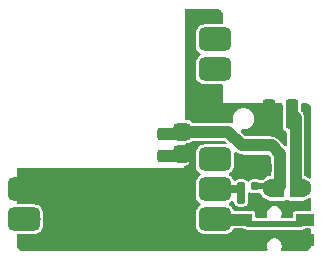
<source format=gbr>
%TF.GenerationSoftware,KiCad,Pcbnew,9.0.1-9.0.1-0~ubuntu22.04.1*%
%TF.CreationDate,2025-05-27T18:32:28-04:00*%
%TF.ProjectId,Omi-Glass-DevKit,4f6d692d-476c-4617-9373-2d4465764b69,rev?*%
%TF.SameCoordinates,Original*%
%TF.FileFunction,Copper,L1,Top*%
%TF.FilePolarity,Positive*%
%FSLAX46Y46*%
G04 Gerber Fmt 4.6, Leading zero omitted, Abs format (unit mm)*
G04 Created by KiCad (PCBNEW 9.0.1-9.0.1-0~ubuntu22.04.1) date 2025-05-27 18:32:28*
%MOMM*%
%LPD*%
G01*
G04 APERTURE LIST*
G04 Aperture macros list*
%AMRoundRect*
0 Rectangle with rounded corners*
0 $1 Rounding radius*
0 $2 $3 $4 $5 $6 $7 $8 $9 X,Y pos of 4 corners*
0 Add a 4 corners polygon primitive as box body*
4,1,4,$2,$3,$4,$5,$6,$7,$8,$9,$2,$3,0*
0 Add four circle primitives for the rounded corners*
1,1,$1+$1,$2,$3*
1,1,$1+$1,$4,$5*
1,1,$1+$1,$6,$7*
1,1,$1+$1,$8,$9*
0 Add four rect primitives between the rounded corners*
20,1,$1+$1,$2,$3,$4,$5,0*
20,1,$1+$1,$4,$5,$6,$7,0*
20,1,$1+$1,$6,$7,$8,$9,0*
20,1,$1+$1,$8,$9,$2,$3,0*%
G04 Aperture macros list end*
%TA.AperFunction,ComponentPad*%
%ADD10RoundRect,0.375000X0.375000X-0.375000X0.375000X0.375000X-0.375000X0.375000X-0.375000X-0.375000X0*%
%TD*%
%TA.AperFunction,SMDPad,CuDef*%
%ADD11RoundRect,0.275000X-0.975000X-0.275000X0.975000X-0.275000X0.975000X0.275000X-0.975000X0.275000X0*%
%TD*%
%TA.AperFunction,SMDPad,CuDef*%
%ADD12RoundRect,0.500000X0.875000X0.500000X-0.875000X0.500000X-0.875000X-0.500000X0.875000X-0.500000X0*%
%TD*%
%TA.AperFunction,ComponentPad*%
%ADD13C,1.800000*%
%TD*%
%TA.AperFunction,SMDPad,CuDef*%
%ADD14R,1.550000X1.000000*%
%TD*%
%TA.AperFunction,ComponentPad*%
%ADD15C,1.600000*%
%TD*%
%TA.AperFunction,SMDPad,CuDef*%
%ADD16R,1.000000X1.600000*%
%TD*%
%TA.AperFunction,SMDPad,CuDef*%
%ADD17RoundRect,0.275000X0.975000X-0.275000X0.975000X0.275000X-0.975000X0.275000X-0.975000X-0.275000X0*%
%TD*%
%TA.AperFunction,SMDPad,CuDef*%
%ADD18RoundRect,0.275000X-0.275000X-0.975000X0.275000X-0.975000X0.275000X0.975000X-0.275000X0.975000X0*%
%TD*%
%TA.AperFunction,SMDPad,CuDef*%
%ADD19RoundRect,0.160000X0.197500X0.160000X-0.197500X0.160000X-0.197500X-0.160000X0.197500X-0.160000X0*%
%TD*%
%TA.AperFunction,SMDPad,CuDef*%
%ADD20RoundRect,0.160000X-0.197500X-0.160000X0.197500X-0.160000X0.197500X0.160000X-0.197500X0.160000X0*%
%TD*%
%TA.AperFunction,ViaPad*%
%ADD21C,0.600000*%
%TD*%
%TA.AperFunction,Conductor*%
%ADD22C,1.000000*%
%TD*%
%TA.AperFunction,Conductor*%
%ADD23C,0.250000*%
%TD*%
%TA.AperFunction,Conductor*%
%ADD24C,0.500000*%
%TD*%
%TA.AperFunction,Conductor*%
%ADD25C,0.650000*%
%TD*%
G04 APERTURE END LIST*
D10*
%TO.P,J2,2,Pin_2*%
%TO.N,LOAD*%
X5250000Y-160000D03*
%TO.P,J2,1,Pin_1*%
%TO.N,GND*%
X5250000Y-2065000D03*
%TD*%
D11*
%TO.P,U3,16*%
%TO.N,LOAD*%
X4451364Y-2240000D03*
%TO.P,U3,15*%
%TO.N,N/C*%
X4451364Y-335000D03*
D12*
%TO.P,U3,14,5V*%
%TO.N,VCC*%
X-8103636Y-7573000D03*
D13*
X-7620000Y-7573000D03*
D12*
%TO.P,U3,13,GND*%
%TO.N,GND*%
X-8103636Y-5033000D03*
D13*
X-7620000Y-5033000D03*
%TO.P,U3,7,TX*%
%TO.N,unconnected-(U3-TX-Pad7)*%
X7620000Y7667000D03*
D12*
X8061364Y7667000D03*
D13*
%TO.P,U3,6,SCL*%
%TO.N,unconnected-(U3-SCL-Pad6)*%
X7620000Y5127000D03*
D12*
X8061364Y5127000D03*
D13*
%TO.P,U3,3,D2*%
%TO.N,unconnected-(U3-D2-Pad3)*%
X7620000Y-2493000D03*
D12*
X8061364Y-2493000D03*
D13*
%TO.P,U3,2,D1*%
%TO.N,MON*%
X7620000Y-5033000D03*
D12*
X8061364Y-5033000D03*
D13*
%TO.P,U3,1,D0*%
%TO.N,POWER*%
X7620000Y-7573000D03*
D12*
X8061364Y-7573000D03*
%TD*%
D14*
%TO.P,SW1,1,1*%
%TO.N,GND*%
X15725000Y-9300000D03*
X10475000Y-9300000D03*
%TO.P,SW1,2,2*%
%TO.N,POWER*%
X15725000Y-7600000D03*
X10475000Y-7600000D03*
%TD*%
D15*
%TO.P,TH1,1*%
%TO.N,VBAT1*%
X15400000Y-4950000D03*
D16*
X14900000Y-4950000D03*
%TO.P,TH1,2*%
%TO.N,LOAD*%
X13400000Y-4950000D03*
D15*
X12900000Y-4950000D03*
%TD*%
D17*
%TO.P,J2,1,Pin_1*%
%TO.N,GND*%
X11625000Y-3227500D03*
%TO.P,J2,2,Pin_2*%
%TO.N,LOAD*%
X11625000Y-1322500D03*
%TD*%
D18*
%TO.P,J1,1,Pin_1*%
%TO.N,GND*%
X12687300Y1300000D03*
%TO.P,J1,2,Pin_2*%
%TO.N,VBAT1*%
X14592300Y1300000D03*
%TD*%
D19*
%TO.P,R1,1*%
%TO.N,LOAD*%
X11472500Y-4775000D03*
%TO.P,R1,2*%
%TO.N,MON*%
X10277500Y-4775000D03*
%TD*%
D20*
%TO.P,R2,1*%
%TO.N,MON*%
X10277500Y-5925000D03*
%TO.P,R2,2*%
%TO.N,GND*%
X11472500Y-5925000D03*
%TD*%
D21*
%TO.N,GND*%
X-676400Y-3816600D03*
X1323600Y-5816600D03*
X-1676400Y-5816600D03*
X10109200Y-2450000D03*
X13118400Y-8813800D03*
X1323600Y-4816600D03*
X14198600Y-6375400D03*
X1323600Y-3816600D03*
X-1676400Y-4816600D03*
X323600Y-4816600D03*
X15698600Y-6375400D03*
X-676400Y-5816600D03*
X-1676400Y-3816600D03*
X12368400Y-8813800D03*
X-676400Y-4816600D03*
X11609200Y-2450000D03*
X10859200Y-2450000D03*
X323600Y-5816600D03*
X13868400Y-8813800D03*
X14948600Y-6375400D03*
X323600Y-3816600D03*
%TD*%
D22*
%TO.N,LOAD*%
X11625000Y-1322500D02*
X10375000Y-1322500D01*
X10375000Y-1322500D02*
X9212500Y-160000D01*
X9212500Y-160000D02*
X5770000Y-160000D01*
D23*
%TO.N,GND*%
X10875000Y-9300000D02*
X11101000Y-9074000D01*
X15899000Y-9074000D02*
X16125000Y-9300000D01*
D22*
%TO.N,LOAD*%
X12875000Y-1322500D02*
X13576000Y-2023500D01*
X11625000Y-1322500D02*
X12875000Y-1322500D01*
X13576000Y-2023500D02*
X13576000Y-4774000D01*
X13576000Y-4774000D02*
X13400000Y-4950000D01*
D24*
X12725000Y-4775000D02*
X12900000Y-4950000D01*
X11472500Y-4775000D02*
X12725000Y-4775000D01*
D25*
%TO.N,MON*%
X10277500Y-5925000D02*
X10277500Y-4775000D01*
X10019500Y-5033000D02*
X10277500Y-4775000D01*
X8061364Y-5033000D02*
X10019500Y-5033000D01*
D22*
%TO.N,VBAT1*%
X14592300Y1300000D02*
X14900000Y992300D01*
X14900000Y992300D02*
X14900000Y-4950000D01*
D24*
%TO.N,POWER*%
X10826000Y-7951000D02*
X10475000Y-7600000D01*
X15374000Y-7951000D02*
X10826000Y-7951000D01*
D22*
X10475000Y-7600000D02*
X8088364Y-7600000D01*
X8088364Y-7600000D02*
X8061364Y-7573000D01*
D24*
X15725000Y-7600000D02*
X15374000Y-7951000D01*
%TD*%
%TA.AperFunction,Conductor*%
%TO.N,GND*%
G36*
X8917309Y-930185D02*
G01*
X8937951Y-946819D01*
X9021951Y-1030819D01*
X9055436Y-1092142D01*
X9050452Y-1161834D01*
X9008580Y-1217767D01*
X8943116Y-1242184D01*
X8934270Y-1242500D01*
X7136362Y-1242500D01*
X7136345Y-1242501D01*
X7033567Y-1253000D01*
X7033564Y-1253001D01*
X6867032Y-1308185D01*
X6867027Y-1308187D01*
X6717706Y-1400289D01*
X6593653Y-1524342D01*
X6501551Y-1673663D01*
X6501549Y-1673668D01*
X6473713Y-1757670D01*
X6446365Y-1840203D01*
X6446365Y-1840204D01*
X6446364Y-1840204D01*
X6435864Y-1942983D01*
X6435864Y-3043001D01*
X6435865Y-3043019D01*
X6446364Y-3145796D01*
X6446365Y-3145799D01*
X6499935Y-3307461D01*
X6501550Y-3312334D01*
X6593652Y-3461656D01*
X6717708Y-3585712D01*
X6834033Y-3657461D01*
X6880757Y-3709409D01*
X6891980Y-3778372D01*
X6864136Y-3842454D01*
X6834034Y-3868537D01*
X6760991Y-3913591D01*
X6717706Y-3940289D01*
X6593653Y-4064342D01*
X6501551Y-4213663D01*
X6501549Y-4213668D01*
X6479980Y-4278759D01*
X6446365Y-4380203D01*
X6446365Y-4380204D01*
X6446364Y-4380204D01*
X6435864Y-4482983D01*
X6435864Y-5583001D01*
X6435865Y-5583019D01*
X6446364Y-5685796D01*
X6446365Y-5685799D01*
X6480565Y-5789005D01*
X6501550Y-5852334D01*
X6593652Y-6001656D01*
X6717708Y-6125712D01*
X6834033Y-6197461D01*
X6880757Y-6249409D01*
X6891980Y-6318372D01*
X6864136Y-6382454D01*
X6834034Y-6408537D01*
X6813439Y-6421241D01*
X6717706Y-6480289D01*
X6593653Y-6604342D01*
X6501551Y-6753663D01*
X6501550Y-6753666D01*
X6446365Y-6920203D01*
X6446365Y-6920204D01*
X6446364Y-6920204D01*
X6435864Y-7022983D01*
X6435864Y-8123001D01*
X6435865Y-8123019D01*
X6446364Y-8225796D01*
X6446365Y-8225799D01*
X6501549Y-8392331D01*
X6501551Y-8392336D01*
X6517006Y-8417392D01*
X6593652Y-8541656D01*
X6717708Y-8665712D01*
X6867030Y-8757814D01*
X7033567Y-8812999D01*
X7136355Y-8823500D01*
X8986372Y-8823499D01*
X9089161Y-8812999D01*
X9255698Y-8757814D01*
X9405020Y-8665712D01*
X9529076Y-8541656D01*
X9610649Y-8409403D01*
X9662597Y-8362679D01*
X9716188Y-8350500D01*
X10483728Y-8350500D01*
X10545728Y-8367113D01*
X10632814Y-8417392D01*
X10760108Y-8451500D01*
X10760110Y-8451500D01*
X15439890Y-8451500D01*
X15439892Y-8451500D01*
X15567186Y-8417392D01*
X15654272Y-8367113D01*
X15716272Y-8350500D01*
X16100500Y-8350500D01*
X16167539Y-8370185D01*
X16213294Y-8422989D01*
X16224500Y-8474500D01*
X16224500Y-9743038D01*
X16223720Y-9756923D01*
X16213540Y-9847264D01*
X16207362Y-9874333D01*
X16179648Y-9953537D01*
X16167600Y-9978555D01*
X16122957Y-10049604D01*
X16105644Y-10071313D01*
X16046313Y-10130644D01*
X16024604Y-10147957D01*
X15953555Y-10192600D01*
X15928537Y-10204648D01*
X15849333Y-10232362D01*
X15822264Y-10238540D01*
X15742075Y-10247576D01*
X15731921Y-10248720D01*
X15718038Y-10249500D01*
X13786782Y-10249500D01*
X13719743Y-10229815D01*
X13673988Y-10177011D01*
X13664044Y-10107853D01*
X13672221Y-10078047D01*
X13701463Y-10007452D01*
X13725500Y-9886606D01*
X13725500Y-9763394D01*
X13701463Y-9642548D01*
X13654311Y-9528714D01*
X13654310Y-9528713D01*
X13654307Y-9528707D01*
X13585858Y-9426267D01*
X13585855Y-9426263D01*
X13498736Y-9339144D01*
X13498732Y-9339141D01*
X13396292Y-9270692D01*
X13396283Y-9270687D01*
X13282454Y-9223538D01*
X13282455Y-9223538D01*
X13282452Y-9223537D01*
X13282448Y-9223536D01*
X13282444Y-9223535D01*
X13161610Y-9199500D01*
X13161606Y-9199500D01*
X13038394Y-9199500D01*
X13038389Y-9199500D01*
X12917555Y-9223535D01*
X12917545Y-9223538D01*
X12803716Y-9270687D01*
X12803707Y-9270692D01*
X12701267Y-9339141D01*
X12701263Y-9339144D01*
X12614144Y-9426263D01*
X12614141Y-9426267D01*
X12545692Y-9528707D01*
X12545687Y-9528716D01*
X12498538Y-9642545D01*
X12498535Y-9642555D01*
X12474500Y-9763389D01*
X12474500Y-9886610D01*
X12490436Y-9966725D01*
X12498537Y-10007452D01*
X12524989Y-10071313D01*
X12527779Y-10078047D01*
X12535248Y-10147516D01*
X12503973Y-10209995D01*
X12443885Y-10245648D01*
X12413218Y-10249500D01*
X-8218038Y-10249500D01*
X-8231921Y-10248720D01*
X-8242075Y-10247576D01*
X-8322264Y-10238540D01*
X-8349333Y-10232362D01*
X-8428537Y-10204648D01*
X-8453555Y-10192600D01*
X-8524604Y-10147957D01*
X-8546313Y-10130644D01*
X-8605644Y-10071313D01*
X-8622957Y-10049604D01*
X-8667600Y-9978555D01*
X-8679648Y-9953537D01*
X-8707362Y-9874333D01*
X-8713540Y-9847264D01*
X-8723720Y-9756923D01*
X-8724500Y-9743038D01*
X-8724500Y-8947499D01*
X-8704815Y-8880460D01*
X-8652011Y-8834705D01*
X-8600500Y-8823499D01*
X-7178634Y-8823499D01*
X-7178628Y-8823499D01*
X-7178619Y-8823498D01*
X-7178617Y-8823498D01*
X-7075839Y-8812999D01*
X-7075836Y-8812998D01*
X-6909302Y-8757814D01*
X-6759980Y-8665712D01*
X-6635924Y-8541656D01*
X-6559278Y-8417392D01*
X-6543823Y-8392336D01*
X-6543821Y-8392331D01*
X-6488638Y-8225799D01*
X-6488637Y-8225797D01*
X-6488637Y-8225795D01*
X-6488636Y-8225795D01*
X-6478136Y-8123016D01*
X-6478136Y-7727830D01*
X-6476609Y-7708431D01*
X-6469500Y-7663549D01*
X-6469500Y-7482453D01*
X-6476610Y-7437559D01*
X-6478136Y-7418163D01*
X-6478136Y-7022998D01*
X-6478137Y-7022980D01*
X-6488636Y-6920203D01*
X-6488637Y-6920200D01*
X-6543821Y-6753668D01*
X-6543823Y-6753663D01*
X-6635925Y-6604342D01*
X-6759978Y-6480289D01*
X-6909299Y-6388187D01*
X-6909304Y-6388185D01*
X-7004649Y-6356591D01*
X-7075839Y-6333001D01*
X-7075840Y-6333000D01*
X-7178619Y-6322500D01*
X-7178627Y-6322500D01*
X-8600500Y-6322500D01*
X-8667539Y-6302815D01*
X-8713294Y-6250011D01*
X-8724500Y-6198500D01*
X-8724500Y-3374500D01*
X-8704815Y-3307461D01*
X-8652011Y-3261706D01*
X-8600500Y-3250500D01*
X5299826Y-3250500D01*
X5299828Y-3250500D01*
X5391897Y-3212364D01*
X5462364Y-3141897D01*
X5479961Y-3099412D01*
X5523801Y-3045009D01*
X5549033Y-3031510D01*
X5551950Y-3030359D01*
X5551954Y-3030359D01*
X5686339Y-2977364D01*
X5801442Y-2890078D01*
X5888728Y-2774975D01*
X5941723Y-2640590D01*
X5951864Y-2556144D01*
X5951864Y-1923856D01*
X5941723Y-1839410D01*
X5888728Y-1705025D01*
X5888727Y-1705024D01*
X5888727Y-1705023D01*
X5801442Y-1589921D01*
X5686338Y-1502635D01*
X5579009Y-1460309D01*
X5562418Y-1447400D01*
X5543297Y-1438668D01*
X5535397Y-1426376D01*
X5523865Y-1417403D01*
X5516887Y-1397573D01*
X5505523Y-1379890D01*
X5501970Y-1355182D01*
X5500673Y-1351495D01*
X5500500Y-1344955D01*
X5500500Y-1284499D01*
X5520185Y-1217460D01*
X5572989Y-1171705D01*
X5624500Y-1160499D01*
X5688150Y-1160499D01*
X5688162Y-1160499D01*
X5723627Y-1157709D01*
X5875390Y-1113618D01*
X6011420Y-1033170D01*
X6013771Y-1030819D01*
X6097772Y-946819D01*
X6159095Y-913334D01*
X6185453Y-910500D01*
X8850270Y-910500D01*
X8917309Y-930185D01*
G37*
%TD.AperFunction*%
%TA.AperFunction,Conductor*%
G36*
X11033288Y-5272557D02*
G01*
X11146567Y-5330275D01*
X11146569Y-5330275D01*
X11146571Y-5330276D01*
X11175728Y-5334893D01*
X11242693Y-5345500D01*
X11702306Y-5345499D01*
X11702311Y-5345499D01*
X11702311Y-5345498D01*
X11730773Y-5340990D01*
X11808072Y-5328749D01*
X11808337Y-5330426D01*
X11866802Y-5328751D01*
X11926638Y-5364826D01*
X11949851Y-5401227D01*
X11969057Y-5447595D01*
X12084024Y-5619657D01*
X12230342Y-5765975D01*
X12230345Y-5765977D01*
X12402402Y-5880941D01*
X12593580Y-5960130D01*
X12796530Y-6000499D01*
X12796534Y-6000500D01*
X12796535Y-6000500D01*
X13924676Y-6000500D01*
X13924677Y-6000499D01*
X13997740Y-5985966D01*
X13997743Y-5985964D01*
X14081110Y-5930261D01*
X14147787Y-5909383D01*
X14215167Y-5927868D01*
X14218890Y-5930261D01*
X14302256Y-5985964D01*
X14302258Y-5985964D01*
X14302260Y-5985966D01*
X14302262Y-5985966D01*
X14302264Y-5985967D01*
X14375321Y-6000499D01*
X14375324Y-6000500D01*
X14375326Y-6000500D01*
X15503466Y-6000500D01*
X15503467Y-6000499D01*
X15706420Y-5960130D01*
X15897598Y-5880941D01*
X16031609Y-5791397D01*
X16098287Y-5770520D01*
X16165667Y-5789005D01*
X16212357Y-5840984D01*
X16224500Y-5894500D01*
X16224500Y-6725500D01*
X16204815Y-6792539D01*
X16152011Y-6838294D01*
X16100500Y-6849500D01*
X14925323Y-6849500D01*
X14852264Y-6864032D01*
X14852260Y-6864033D01*
X14769399Y-6919399D01*
X14714033Y-7002260D01*
X14714032Y-7002264D01*
X14699500Y-7075321D01*
X14699500Y-7326500D01*
X14679815Y-7393539D01*
X14627011Y-7439294D01*
X14575500Y-7450500D01*
X13807079Y-7450500D01*
X13740040Y-7430815D01*
X13694285Y-7378011D01*
X13684341Y-7308853D01*
X13692518Y-7279048D01*
X13696611Y-7269164D01*
X13701463Y-7257452D01*
X13725500Y-7136606D01*
X13725500Y-7013394D01*
X13701463Y-6892548D01*
X13654311Y-6778714D01*
X13654310Y-6778713D01*
X13654307Y-6778707D01*
X13585858Y-6676267D01*
X13585855Y-6676263D01*
X13498736Y-6589144D01*
X13498732Y-6589141D01*
X13396292Y-6520692D01*
X13396283Y-6520687D01*
X13282454Y-6473538D01*
X13282455Y-6473538D01*
X13282452Y-6473537D01*
X13282448Y-6473536D01*
X13282444Y-6473535D01*
X13161610Y-6449500D01*
X13161606Y-6449500D01*
X13038394Y-6449500D01*
X13038389Y-6449500D01*
X12917555Y-6473535D01*
X12917545Y-6473538D01*
X12803716Y-6520687D01*
X12803707Y-6520692D01*
X12701267Y-6589141D01*
X12701263Y-6589144D01*
X12614144Y-6676263D01*
X12614141Y-6676267D01*
X12545692Y-6778707D01*
X12545687Y-6778716D01*
X12498538Y-6892545D01*
X12498535Y-6892555D01*
X12474500Y-7013389D01*
X12474500Y-7136610D01*
X12498535Y-7257444D01*
X12498539Y-7257458D01*
X12507482Y-7279048D01*
X12514951Y-7348517D01*
X12483676Y-7410996D01*
X12423586Y-7446648D01*
X12392921Y-7450500D01*
X11624500Y-7450500D01*
X11557461Y-7430815D01*
X11511706Y-7378011D01*
X11500500Y-7326500D01*
X11500500Y-7075323D01*
X11500499Y-7075321D01*
X11485967Y-7002264D01*
X11485966Y-7002260D01*
X11475500Y-6986596D01*
X11430601Y-6919399D01*
X11347740Y-6864034D01*
X11347739Y-6864033D01*
X11347735Y-6864032D01*
X11274677Y-6849500D01*
X11274674Y-6849500D01*
X10548918Y-6849500D01*
X9742475Y-6849500D01*
X9675436Y-6829815D01*
X9629681Y-6777011D01*
X9624773Y-6764515D01*
X9621178Y-6753666D01*
X9529076Y-6604344D01*
X9405020Y-6480288D01*
X9405019Y-6480287D01*
X9309289Y-6421241D01*
X9288694Y-6408538D01*
X9267445Y-6384914D01*
X9244968Y-6362444D01*
X9244244Y-6359119D01*
X9241970Y-6356591D01*
X9236864Y-6325219D01*
X9230106Y-6294173D01*
X9231293Y-6290987D01*
X9230747Y-6287629D01*
X9243412Y-6258477D01*
X9254512Y-6228705D01*
X9257558Y-6225920D01*
X9258590Y-6223547D01*
X9279465Y-6203745D01*
X9283937Y-6200395D01*
X9405020Y-6125712D01*
X9468671Y-6062060D01*
X9475758Y-6056754D01*
X9500521Y-6047512D01*
X9523725Y-6034843D01*
X9532745Y-6035488D01*
X9541219Y-6032326D01*
X9567050Y-6037941D01*
X9593417Y-6039827D01*
X9600657Y-6045247D01*
X9609494Y-6047168D01*
X9628187Y-6065855D01*
X9649351Y-6081698D01*
X9653239Y-6090899D01*
X9658907Y-6096565D01*
X9662384Y-6112539D01*
X9672557Y-6136611D01*
X9684723Y-6213429D01*
X9684724Y-6213432D01*
X9684725Y-6213433D01*
X9740297Y-6322500D01*
X9743760Y-6329295D01*
X9743763Y-6329299D01*
X9835700Y-6421236D01*
X9835704Y-6421239D01*
X9835706Y-6421241D01*
X9951567Y-6480275D01*
X9951569Y-6480275D01*
X9951571Y-6480276D01*
X10036211Y-6493681D01*
X10047680Y-6495498D01*
X10047687Y-6495499D01*
X10047693Y-6495500D01*
X10183072Y-6495499D01*
X10201734Y-6500500D01*
X10353266Y-6500500D01*
X10371929Y-6495499D01*
X10507306Y-6495499D01*
X10507311Y-6495499D01*
X10507311Y-6495498D01*
X10555369Y-6487887D01*
X10603428Y-6480276D01*
X10603429Y-6480276D01*
X10603430Y-6480275D01*
X10603433Y-6480275D01*
X10719294Y-6421241D01*
X10811241Y-6329294D01*
X10870275Y-6213433D01*
X10871810Y-6203745D01*
X10872897Y-6196872D01*
X10885500Y-6117307D01*
X10885499Y-5732694D01*
X10885499Y-5732693D01*
X10885499Y-5732688D01*
X10870275Y-5636569D01*
X10870274Y-5636565D01*
X10866515Y-5629187D01*
X10863393Y-5616184D01*
X10858023Y-5607828D01*
X10853000Y-5572893D01*
X10853000Y-5383044D01*
X10872685Y-5316005D01*
X10925489Y-5270250D01*
X10994647Y-5260306D01*
X11033288Y-5272557D01*
G37*
%TD.AperFunction*%
%TA.AperFunction,Conductor*%
G36*
X9892066Y-1901380D02*
G01*
X9895356Y-1904443D01*
X9896584Y-1905451D01*
X10019498Y-1987580D01*
X10019511Y-1987587D01*
X10156082Y-2044156D01*
X10156087Y-2044158D01*
X10156091Y-2044158D01*
X10156092Y-2044159D01*
X10301079Y-2073000D01*
X10301082Y-2073000D01*
X10399769Y-2073000D01*
X10445259Y-2081646D01*
X10488511Y-2098702D01*
X10524410Y-2112859D01*
X10608856Y-2123000D01*
X12562770Y-2123000D01*
X12592210Y-2131644D01*
X12622197Y-2138168D01*
X12627212Y-2141922D01*
X12629809Y-2142685D01*
X12650451Y-2159319D01*
X12789181Y-2298049D01*
X12822666Y-2359372D01*
X12825500Y-2385730D01*
X12825500Y-3791974D01*
X12805815Y-3859013D01*
X12753011Y-3904768D01*
X12725691Y-3913591D01*
X12593587Y-3939868D01*
X12593579Y-3939870D01*
X12402403Y-4019058D01*
X12322364Y-4072538D01*
X12230345Y-4134023D01*
X12126185Y-4238182D01*
X12099254Y-4252888D01*
X12073441Y-4269477D01*
X12067241Y-4270368D01*
X12064865Y-4271666D01*
X12038506Y-4274500D01*
X11935705Y-4274500D01*
X11879410Y-4260985D01*
X11798429Y-4219723D01*
X11702307Y-4204500D01*
X11242688Y-4204500D01*
X11242688Y-4204501D01*
X11146571Y-4219723D01*
X11146570Y-4219723D01*
X11030704Y-4278760D01*
X11030700Y-4278763D01*
X10962681Y-4346783D01*
X10901358Y-4380268D01*
X10831666Y-4375284D01*
X10787319Y-4346783D01*
X10719299Y-4278763D01*
X10719295Y-4278760D01*
X10719294Y-4278759D01*
X10603433Y-4219725D01*
X10603431Y-4219724D01*
X10603428Y-4219723D01*
X10507307Y-4204500D01*
X10371927Y-4204500D01*
X10353266Y-4199500D01*
X10201733Y-4199500D01*
X10183070Y-4204500D01*
X10047688Y-4204500D01*
X10047688Y-4204501D01*
X9951571Y-4219723D01*
X9951570Y-4219723D01*
X9835704Y-4278760D01*
X9835701Y-4278762D01*
X9832921Y-4281543D01*
X9828709Y-4283842D01*
X9827807Y-4284498D01*
X9827722Y-4284381D01*
X9771596Y-4315025D01*
X9701904Y-4310037D01*
X9645973Y-4268162D01*
X9627538Y-4232860D01*
X9621178Y-4213666D01*
X9529076Y-4064344D01*
X9405020Y-3940288D01*
X9405019Y-3940287D01*
X9338892Y-3899500D01*
X9288694Y-3868538D01*
X9241970Y-3816591D01*
X9230747Y-3747629D01*
X9258590Y-3683547D01*
X9288693Y-3657462D01*
X9405020Y-3585712D01*
X9529076Y-3461656D01*
X9621178Y-3312334D01*
X9676363Y-3145797D01*
X9686864Y-3043009D01*
X9686863Y-1995092D01*
X9706547Y-1928054D01*
X9759351Y-1882299D01*
X9828510Y-1872355D01*
X9892066Y-1901380D01*
G37*
%TD.AperFunction*%
%TA.AperFunction,Conductor*%
G36*
X8231921Y10248720D02*
G01*
X8242075Y10247576D01*
X8322264Y10238540D01*
X8349333Y10232362D01*
X8428537Y10204648D01*
X8453555Y10192600D01*
X8524604Y10147957D01*
X8546313Y10130644D01*
X8605644Y10071313D01*
X8622957Y10049604D01*
X8667600Y9978555D01*
X8679648Y9953537D01*
X8707362Y9874333D01*
X8713540Y9847264D01*
X8723720Y9756923D01*
X8724500Y9743038D01*
X8724500Y9041499D01*
X8704815Y8974460D01*
X8652011Y8928705D01*
X8600500Y8917499D01*
X7136356Y8917499D01*
X7136347Y8917498D01*
X7136345Y8917498D01*
X7033567Y8906999D01*
X6867030Y8851814D01*
X6717708Y8759712D01*
X6593652Y8635656D01*
X6501550Y8486334D01*
X6446365Y8319797D01*
X6446365Y8319795D01*
X6446364Y8319795D01*
X6435864Y8217016D01*
X6435864Y7116998D01*
X6435865Y7116980D01*
X6446364Y7014203D01*
X6446365Y7014200D01*
X6501549Y6847668D01*
X6501551Y6847663D01*
X6593653Y6698342D01*
X6717706Y6574289D01*
X6717708Y6574288D01*
X6834033Y6502538D01*
X6880757Y6450591D01*
X6891980Y6381628D01*
X6864136Y6317546D01*
X6834034Y6291462D01*
X6717708Y6219712D01*
X6593652Y6095656D01*
X6501550Y5946334D01*
X6446365Y5779797D01*
X6446365Y5779795D01*
X6446364Y5779795D01*
X6435864Y5677016D01*
X6435864Y4576998D01*
X6435865Y4576980D01*
X6446364Y4474203D01*
X6446365Y4474200D01*
X6501549Y4307668D01*
X6501551Y4307663D01*
X6593653Y4158342D01*
X6717706Y4034289D01*
X6867027Y3942187D01*
X6867032Y3942185D01*
X6951034Y3914349D01*
X7033567Y3887001D01*
X7033568Y3887000D01*
X7136347Y3876500D01*
X7136355Y3876500D01*
X8600500Y3876500D01*
X8667539Y3856815D01*
X8713294Y3804011D01*
X8724500Y3752500D01*
X8724500Y2450170D01*
X8762636Y2358102D01*
X8833102Y2287636D01*
X8925170Y2249500D01*
X8925172Y2249500D01*
X9024828Y2249500D01*
X13667800Y2249500D01*
X13734839Y2229815D01*
X13780594Y2177011D01*
X13791800Y2125500D01*
X13791800Y283856D01*
X13796365Y245841D01*
X13801940Y199411D01*
X13854936Y65023D01*
X13942221Y-50078D01*
X14012517Y-103385D01*
X14057325Y-137364D01*
X14070989Y-142752D01*
X14126133Y-185658D01*
X14149327Y-251565D01*
X14149500Y-258107D01*
X14149500Y-1236269D01*
X14129815Y-1303308D01*
X14077011Y-1349063D01*
X14007853Y-1359007D01*
X13944297Y-1329982D01*
X13937819Y-1323950D01*
X13353421Y-739552D01*
X13353414Y-739546D01*
X13252953Y-672421D01*
X13252952Y-672421D01*
X13230495Y-657416D01*
X13230488Y-657412D01*
X13093917Y-600843D01*
X13093907Y-600840D01*
X12948920Y-572000D01*
X12948918Y-572000D01*
X12850231Y-572000D01*
X12804741Y-563354D01*
X12725591Y-532141D01*
X12713526Y-530692D01*
X12641144Y-522000D01*
X12641138Y-522000D01*
X10687229Y-522000D01*
X10620190Y-502315D01*
X10599548Y-485681D01*
X10294716Y-180848D01*
X10261231Y-119525D01*
X10266215Y-49833D01*
X10308087Y6100D01*
X10373551Y30517D01*
X10395151Y29154D01*
X10395244Y30097D01*
X10401307Y29500D01*
X10401309Y29500D01*
X10578695Y29500D01*
X10752658Y64103D01*
X10752667Y64106D01*
X10916540Y131983D01*
X10916553Y131990D01*
X11064034Y230535D01*
X11064038Y230538D01*
X11189461Y355961D01*
X11189464Y355965D01*
X11288009Y503446D01*
X11288016Y503459D01*
X11355893Y667332D01*
X11355896Y667341D01*
X11390499Y841304D01*
X11390500Y841306D01*
X11390500Y1018693D01*
X11390499Y1018695D01*
X11355896Y1192658D01*
X11355894Y1192661D01*
X11355894Y1192666D01*
X11288013Y1356547D01*
X11189464Y1504035D01*
X11064035Y1629464D01*
X10916547Y1728013D01*
X10752666Y1795894D01*
X10752661Y1795894D01*
X10752658Y1795896D01*
X10578694Y1830500D01*
X10578691Y1830500D01*
X10401309Y1830500D01*
X10401306Y1830500D01*
X10227341Y1795896D01*
X10227336Y1795894D01*
X10227334Y1795894D01*
X10227332Y1795893D01*
X10063459Y1728016D01*
X10063446Y1728009D01*
X9915965Y1629464D01*
X9915961Y1629461D01*
X9790538Y1504038D01*
X9790535Y1504034D01*
X9691990Y1356553D01*
X9691983Y1356540D01*
X9624106Y1192667D01*
X9624103Y1192658D01*
X9589500Y1018695D01*
X9589500Y841304D01*
X9619056Y692716D01*
X9612829Y623124D01*
X9569966Y567947D01*
X9504076Y544703D01*
X9449986Y553964D01*
X9431413Y561658D01*
X9383962Y571096D01*
X9286420Y590500D01*
X9286418Y590500D01*
X6185453Y590500D01*
X6118414Y610185D01*
X6097772Y626819D01*
X6011425Y713165D01*
X6011420Y713170D01*
X5875390Y793618D01*
X5723627Y837709D01*
X5688163Y840500D01*
X5624499Y840499D01*
X5557462Y860183D01*
X5511706Y912986D01*
X5500500Y964499D01*
X5500500Y10125500D01*
X5520185Y10192539D01*
X5572989Y10238294D01*
X5624500Y10249500D01*
X8180830Y10249500D01*
X8218038Y10249500D01*
X8231921Y10248720D01*
G37*
%TD.AperFunction*%
%TD*%
%TA.AperFunction,NonConductor*%
G36*
X15731921Y2248720D02*
G01*
X15742075Y2247576D01*
X15822264Y2238540D01*
X15849333Y2232362D01*
X15928537Y2204648D01*
X15953555Y2192600D01*
X16024604Y2147957D01*
X16046313Y2130644D01*
X16105644Y2071313D01*
X16122957Y2049604D01*
X16167600Y1978555D01*
X16179648Y1953537D01*
X16207362Y1874333D01*
X16213540Y1847264D01*
X16223720Y1756923D01*
X16224500Y1743038D01*
X16224500Y-4005499D01*
X16204815Y-4072538D01*
X16152011Y-4118293D01*
X16082853Y-4128237D01*
X16031610Y-4108602D01*
X15965369Y-4064342D01*
X15897598Y-4019059D01*
X15864861Y-4005499D01*
X15727047Y-3948414D01*
X15672644Y-3904573D01*
X15650579Y-3838279D01*
X15650500Y-3833853D01*
X15650500Y1066218D01*
X15644763Y1095058D01*
X15644763Y1095060D01*
X15638947Y1124296D01*
X15621659Y1211212D01*
X15567405Y1342189D01*
X15565764Y1346778D01*
X15482954Y1470711D01*
X15482951Y1470716D01*
X15429120Y1524547D01*
X15395634Y1585870D01*
X15392800Y1612229D01*
X15392800Y2125500D01*
X15395350Y2134185D01*
X15394062Y2143147D01*
X15405040Y2167187D01*
X15412485Y2192539D01*
X15419325Y2198466D01*
X15423087Y2206703D01*
X15445321Y2220992D01*
X15465289Y2238294D01*
X15475803Y2240581D01*
X15481865Y2244477D01*
X15516800Y2249500D01*
X15680830Y2249500D01*
X15718038Y2249500D01*
X15731921Y2248720D01*
G37*
%TD.AperFunction*%
M02*

</source>
